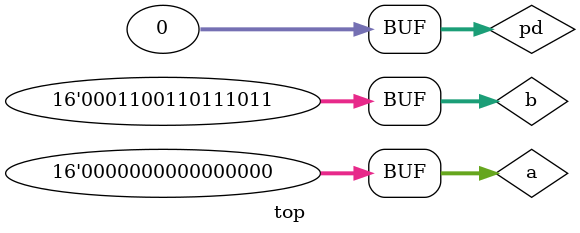
<source format=v>
`include"dadda.v"

module top;

    reg [15:0] a,b;
    wire [31:0]product;
    reg [31:0]pd;

    dadda mult (a,b,product);

    always @*
        pd=a*b;

    initial
    begin
        $dumpfile("dadda.vcd");
		$dumpvars;
		
        $monitor("%t   dadda: %d    multiplication: %d",$time,product,pd);
        a=16'd25;b=16'd8;
        #5 a=16'd1642;b=16'd166;
        #5 a=16'hf;b=16'haa;
        #5 a=16'd187;b=16'd82;
        #5 a=16'd0;b=16'd6587;
    end

endmodule

</source>
